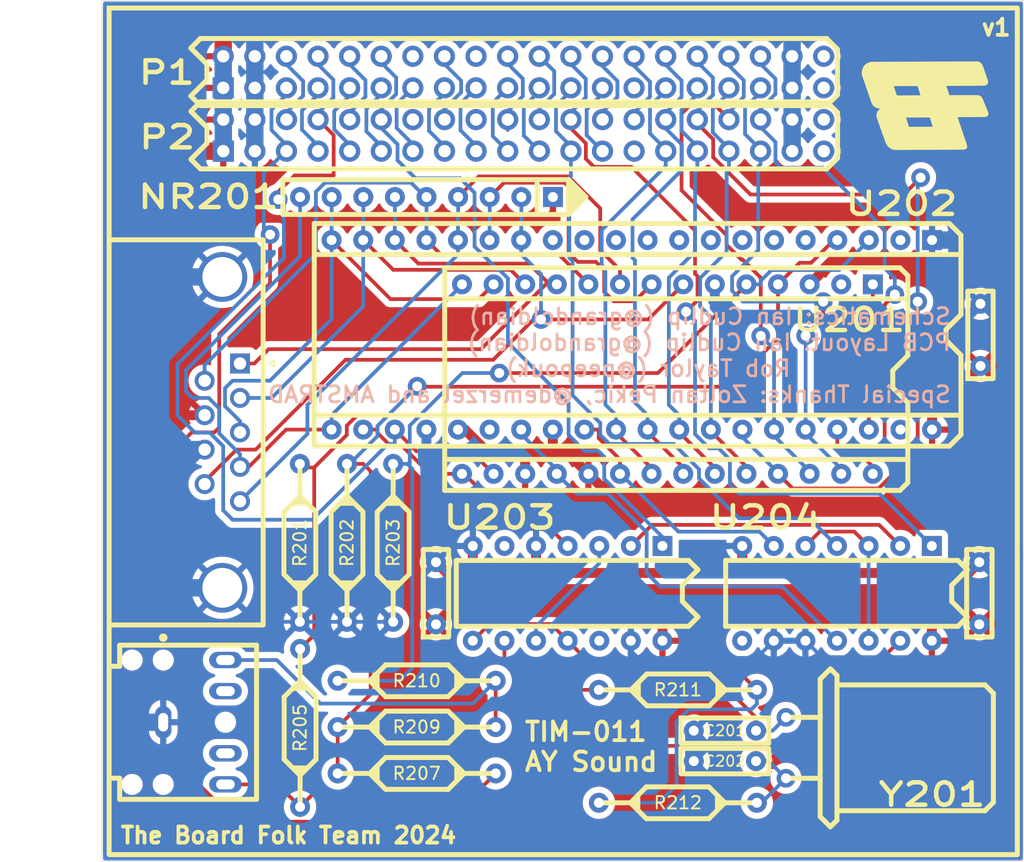
<source format=kicad_pcb>
(kicad_pcb (version 20240108) (generator "pcbnew") (generator_version "8.0")
  (layers (0 "F.Cu" signal) (31 "B.Cu" signal) (34 "B.Paste" user) (35 "F.Paste" user) (36 "B.SilkS" user "B.Silkscreen") (37 "F.SilkS" user "F.Silkscreen") (38 "B.Mask" user) (39 "F.Mask" user) (44 "Edge.Cuts" user))
  (net 0 "")
  (net 1 "Net-(C201-Pad2)")
  (net 2 "GND")
  (net 3 "Net-(C202-Pad2)")
  (net 4 "+5V")
  (net 5 "Net-(J201-Ground)")
  (net 8 "Net-(J201-Pad2)")
  (net 9 "/AYIO5")
  (net 10 "/AYIO7")
  (net 11 "/AYIO4")
  (net 12 "/AYIO3")
  (net 13 "/AYIO2")
  (net 14 "/AYIO1")
  (net 15 "/AYIO0")
  (net 16 "/AYIO6")
  (net 17 "~{LIR}")
  (net 18 "~{INT0}")
  (net 19 "~{NMI}")
  (net 20 "/A3")
  (net 21 "E")
  (net 22 "~{RESET}")
  (net 23 "RESET")
  (net 24 "/D3")
  (net 25 "~{IOE}")
  (net 26 "EXPSEL_O")
  (net 27 "~{WAIT}")
  (net 28 "/A2")
  (net 29 "/D5")
  (net 30 "ST")
  (net 31 "~{HALT}")
  (net 32 "/A0")
  (net 33 "/D0")
  (net 34 "/D2")
  (net 35 "~{DREQ0}")
  (net 36 "/D1")
  (net 37 "/D7")
  (net 38 "/A4")
  (net 39 "FI")
  (net 40 "/D4")
  (net 41 "~{TEND0}")
  (net 42 "/A1")
  (net 43 "~{WR}")
  (net 44 "~{RD}")
  (net 45 "/D6")
  (net 46 "AYC")
  (net 47 "AYA")
  (net 48 "AYB")
  (net 49 "Net-(R211-Pad1)")
  (net 50 "AYCLK")
  (net 51 "AYBDIR")
  (net 52 "AYBC1")
  (net 67 "Net-(U203-Pad2)")
  (net 68 "Net-(U203-Pad10)")
  (net 71 "Net-(U204-Pad12)")
  (footprint "011TIM:Ceramic Cap 5.00mm" (layer "F.Cu") (at 77.01 87.93 90)
    (property "Reference" "C204" (hide yes))
    (property "Value" "100nF" (hide yes))
  )
  (footprint "011TIM:Ceramic Cap 5.00mm" (layer "F.Cu") (at 120.68 87.93 90)
    (property "Reference" "C203" (hide yes))
    (property "Value" "100nF" (hide yes))
  )
  (footprint "011TIM:STEREO" (layer "F.Cu") (at 55.09 95.8025)
    (property "Reference" "J201" (hide yes))
    (property "Value" "STEREO JACK" (hide yes))
  )
  (footprint "011TIM:Ceramic Cap 5.00mm" (layer "F.Cu") (at 97.73 98.93)
    (property "Reference" "C202" (hide yes))
    (property "Value" "30pF" (hide yes))
  )
  (footprint "011TIM:PinHeader_2x20 2.54mm" (layer "F.Cu") (at 59.846 49.889)
    (property "Reference" "P2")
    (property "Value" "EXPAND" (hide yes))
  )
  (footprint "011TIM:Resistor 12.7mm" (layer "F.Cu") (at 66.16 87.83)
    (property "Reference" "R201" (hide yes))
    (property "Value" "1K" (hide yes))
  )
  (footprint "011TIM:DIP-40_W15.24mm_Socket" (layer "F.Cu") (at 116.87 57.04 180)
    (property "Reference" "U202")
    (property "Value" "AY-3-8910")
  )
  (footprint "011TIM:Resistor 12.7mm" (layer "F.Cu") (at 81.91 99.83 90)
    (property "Reference" "R207" (hide yes))
    (property "Value" "22K" (hide yes))
  )
  (footprint "011TIM:Resistor 12.7mm" (layer "F.Cu") (at 81.91 96.1 90)
    (property "Reference" "R209" (hide yes))
    (property "Value" "22K" (hide yes))
  )
  (footprint "011TIM:Resistor 12.7mm" (layer "F.Cu") (at 102.9 93.11 90)
    (property "Reference" "R211" (hide yes))
    (property "Value" "2M" (hide yes))
  )
  (footprint "011TIM:Crystal_Horizontal" (layer "F.Cu") (at 105.1775 95.41 -90)
    (property "Reference" "Y201")
    (property "Value" "1.843MHz")
  )
  (footprint "011TIM:Ceramic Cap 5.00mm" (layer "F.Cu") (at 120.77 67.155 90)
    (property "Reference" "C205" (hide yes))
    (property "Value" "100nF" (hide yes))
  )
  (footprint "011TIM:BF12" (layer "F.Cu") (at 116.42 46.32)
    (property "Reference" "G***" (hide yes))
    (property "Value" "LOGO12" (hide yes))
  )
  (footprint "011TIM:PinHeader_2x20 2.54mm" (layer "F.Cu") (at 59.84 44.8)
    (property "Reference" "P1")
    (property "Value" "EXPAND" (hide yes))
  )
  (footprint "011TIM:Resistor 12.7mm" (layer "F.Cu") (at 69.95 87.83)
    (property "Reference" "R202" (hide yes))
    (property "Value" "1K" (hide yes))
  )
  (footprint "011TIM:Resistor 12.7mm" (layer "F.Cu") (at 73.66 87.83)
    (property "Reference" "R203" (hide yes))
    (property "Value" "1K" (hide yes))
  )
  (footprint "011TIM:R_Array_SIP9" (layer "F.Cu") (at 86.4 53.59 180)
    (property "Reference" "NR201")
    (property "Value" "10K")
  )
  (footprint "011TIM:JOYSTICK" (layer "F.Cu") (at 61.26 66.955 -90)
    (property "Reference" "J202" (hide yes))
    (property "Value" "JOYSTICK")
  )
  (footprint "011TIM:Ceramic Cap 5.00mm" (layer "F.Cu") (at 97.73 96.48)
    (property "Reference" "C201" (hide yes))
    (property "Value" "30pF" (hide yes))
  )
  (footprint "011TIM:Resistor 12.7mm" (layer "F.Cu") (at 90 102.37 -90)
    (property "Reference" "R212" (hide yes))
    (property "Value" "1K" (hide yes))
  )
  (footprint "011TIM:Resistor 12.7mm" (layer "F.Cu") (at 66.18 102.71)
    (property "Reference" "R205" (hide yes))
    (property "Value" "10K" (hide yes))
  )
  (footprint "011TIM:DIP-14_W7.62mm" (layer "F.Cu") (at 116.87 81.61 -90)
    (property "Reference" "U204")
    (property "Value" "74LS08")
  )
  (footprint "011TIM:DIP-28_W15.24mm_Socket" (layer "F.Cu") (at 112.1 60.58 -90)
    (property "Reference" "U201")
    (property "Value" "AY-3-8912")
  )
  (footprint "011TIM:Resistor 12.7mm" (layer "F.Cu") (at 81.91 92.38 90)
    (property "Reference" "R210" (hide yes))
    (property "Value" "10K" (hide yes))
  )
  (footprint "011TIM:DIP-14_W7.62mm" (layer "F.Cu") (at 95.2225 81.61 -90)
    (property "Reference" "U203")
    (property "Value" "74HCU04")
  )
  (gr_rect (start 50.74 38.37) (end 123.73 106.45) (stroke (width 0.4)) (fill none) (layer "F.SilkS"))
  (gr_rect (start 50.17 37.75) (end 124.265 107.02) (stroke (width 0.05)) (fill none) (layer "Edge.Cuts"))
  (gr_text "Schematics: Ian Cudlip (@grandoldian)\nPCB Layout: Ian Cudlip (@grandoldian)\n             Rob Taylor (@peepouk)\nSpecial Thanks: Zoltan Pekic, @demerzel and AMSTRAD" (at 118.51 70.21 0) (layer "B.SilkS") (effects (font (size 1.3 1.3) (thickness 0.22) (bold yes)) (justify left bottom mirror)))
  (gr_text "TIM-011\nAY Sound" (at 84 99.86 0) (layer "F.SilkS") (effects (font (size 1.5 1.5) (thickness 0.3) (bold yes)) (justify left bottom)))
  (gr_text "The Board Folk Team 2024" (at 51.53 105.66 0) (layer "F.SilkS") (effects (font (size 1.3 1.3) (thickness 0.3) (bold yes)) (justify left bottom)))
  (gr_text "v1" (at 123.34 40.7 0) (layer "F.SilkS") (effects (font (size 1.3 1.3) (thickness 0.3) (bold yes)) (justify right bottom)))
  (segment (start 90.1 93.2) (end 100.5 93.2) (width 0.3) (layer "F.Cu") (net 1))
  (segment (start 100.5 93.2) (end 102.73 95.43) (width 0.3) (layer "F.Cu") (net 1))
  (segment (start 82.5125 91.0725) (end 84.64 93.2) (width 0.3) (layer "F.Cu") (net 1))
  (segment (start 82.5125 89.25) (end 82.5125 91.0725) (width 0.3) (layer "F.Cu") (net 1))
  (segment (start 84.64 93.2) (end 90.1 93.2) (width 0.3) (layer "F.Cu") (net 1))
  (segment (start 102.73 95.43) (end 102.73 96.48) (width 0.3) (layer "F.Cu") (net 1))
  (segment (start 105.1375 95.4105) (end 105.1375 95.41) (width 0.3) (layer "B.Cu") (net 1))
  (segment (start 102.73 96.48) (end 104.068 96.48) (width 0.3) (layer "B.Cu") (net 1))
  (segment (start 105.1375 95.4105) (end 105.138 95.41) (width 0.3) (layer "B.Cu") (net 1))
  (segment (start 104.068 96.48) (end 105.1375 95.4105) (width 0.3) (layer "B.Cu") (net 1))
  (segment (start 79.9725 83.6675) (end 79.84 83.8) (width 0.8) (layer "F.Cu") (net 2))
  (segment (start 119.81 83.8) (end 120.68 82.93) (width 0.8) (layer "F.Cu") (net 2))
  (segment (start 101.57 83.8) (end 119.81 83.8) (width 0.8) (layer "F.Cu") (net 2))
  (segment (start 101.62 83.75) (end 101.57 83.8) (width 0.8) (layer "F.Cu") (net 2))
  (segment (start 79.84 83.8) (end 85.06 83.8) (width 0.8) (layer "F.Cu") (net 2))
  (segment (start 79.9725 81.63) (end 79.9725 83.6675) (width 0.8) (layer "F.Cu") (net 2))
  (segment (start 101.62 81.63) (end 101.62 83.75) (width 0.8) (layer "F.Cu") (net 2))
  (segment (start 77.88 83.8) (end 79.84 83.8) (width 0.8) (layer "F.Cu") (net 2))
  (segment (start 85.06 83.8) (end 101.57 83.8) (width 0.8) (layer "F.Cu") (net 2))
  (segment (start 85.0525 81.63) (end 85.0525 83.7925) (width 0.8) (layer "F.Cu") (net 2))
  (segment (start 77.01 82.93) (end 77.88 83.8) (width 0.8) (layer "F.Cu") (net 2))
  (segment (start 85.0525 83.7925) (end 85.06 83.8) (width 0.8) (layer "F.Cu") (net 2))
  (segment (start 50.9725 95.8025) (end 50.97 95.8) (width 1.4) (layer "B.Cu") (net 2))
  (segment (start 123.435 90.57) (end 123.465 90.54) (width 0.3) (layer "B.Cu") (net 2))
  (segment (start 123.465 57.14) (end 123.465 38.55) (width 1.4) (layer "B.Cu") (net 2))
  (segment (start 62.45 49.873) (end 62.456 49.879) (width 1.4) (layer "B.Cu") (net 2))
  (segment (start 99.42 60.59) (end 99.42 62.44) (width 0.8) (layer "B.Cu") (net 2))
  (segment (start 62.575 87.73) (end 59.84 84.995) (width 0.3) (layer "B.Cu") (net 2))
  (segment (start 105.63 44.79) (end 105.63 47.333) (width 1.4) (layer "B.Cu") (net 2))
  (segment (start 50.995 84.995) (end 50.97 85.02) (width 1.4) (layer "B.Cu") (net 2))
  (segment (start 97.7 106.22) (end 123.465 106.22) (width 1.4) (layer "B.Cu") (net 2))
  (segment (start 58.42 73.88) (end 51.07 73.88) (width 1.4) (layer "B.Cu") (net 2))
  (segment (start 92.6725 89.25) (end 92.6725 90.0525) (width 0.3) (layer "B.Cu") (net 2))
  (segment (start 59.84 59.995) (end 51.365 59.995) (width 1.4) (layer "B.Cu") (net 2))
  (segment (start 50.97 60.39) (end 50.97 61.6) (width 1.4) (layer "B.Cu") (net 2))
  (segment (start 59.84 84.995) (end 50.995 84.995) (width 1.4) (layer "B.Cu") (net 2))
  (segment (start 92.6725 90.0525) (end 93.25 90.63) (width 0.3) (layer "B.Cu") (net 2))
  (segment (start 62.45 47.3315) (end 62.45 49.873) (width 1.4) (layer "B.Cu") (net 2))
  (segment (start 120.77 62.155) (end 123.34 62.155) (width 1.4) (layer "B.Cu") (net 2))
  (segment (start 123.415 82.93) (end 123.465 82.98) (width 0.8) (layer "B.Cu") (net 2))
  (segment (start 62.45 47.3315) (end 62.456 47.3375) (width 0.3) (layer "B.Cu") (net 2))
  (segment (start 50.97 61.6) (end 50.97 73.98) (width 1.4) (layer "B.Cu") (net 2))
  (segment (start 123.465 82.98) (end 123.465 62.03) (width 1.4) (layer "B.Cu") (net 2))
  (segment (start 62.456 47.3375) (end 62.456 47.339) (width 0.3) (layer "B.Cu") (net 2))
  (segment (start 108.02 90.57) (end 123.435 90.57) (width 0.3) (layer "B.Cu") (net 2))
  (segment (start 55.09 95.8025) (end 50.9725 95.8025) (width 1.4) (layer "B.Cu") (net 2))
  (segment (start 99.42 62.44) (end 100.32 63.34) (width 0.8) (layer "B.Cu") (net 2))
  (segment (start 102.78 90.63) (end 104.16 89.25) (width 0.3) (layer "B.Cu") (net 2))
  (segment (start 62.45 44.79) (end 62.45 47.3315) (width 1.4) (layer "B.Cu") (net 2))
  (segment (start 106.7 89.25) (end 108.02 90.57) (width 0.3) (layer "B.Cu") (net 2))
  (segment (start 105.63 38.67) (end 105.75 38.55) (width 1.4) (layer "B.Cu") (net 2))
  (segment (start 123.465 90.54) (end 123.465 82.98) (width 1.4) (layer "B.Cu") (net 2))
  (segment (start 120.68 82.93) (end 123.415 82.93) (width 0.8) (layer "B.Cu") (net 2))
  (segment (start 50.97 106.22) (end 97.7 106.22) (width 1.4) (layer "B.Cu") (net 2))
  (segment (start 50.97 60.39) (end 50.97 61.6) (width 1.4) (layer "B.Cu") (net 2))
  (segment (start 73.57 87.73) (end 69.86 87.73) (width 0.3) (layer "B.Cu") (net 2))
  (segment (start 123.465 38.55) (end 105.75 38.55) (width 1.4) (layer "B.Cu") (net 2))
  (segment (start 97.73 96.48) (end 97.73 98.93) (width 1.4) (layer "B.Cu") (net 2))
  (segment (start 105.75 38.55) (end 62.56 38.55) (width 1.4) (layer "B.Cu") (net 2))
  (segment (start 105.63 42.25) (end 105.63 44.79) (width 1.4) (layer "B.Cu") (net 2))
  (segment (start 105.63 42.25) (end 105.63 38.67) (width 1.4) (layer "B.Cu") (net 2))
  (segment (start 123.34 62.155) (end 123.465 62.03) (width 1.4) (layer "B.Cu") (net 2))
  (segment (start 105.636 47.339) (end 105.636 49.879) (width 1.4) (layer "B.Cu") (net 2))
  (segment (start 106.7 89.25) (end 104.16 89.25) (width 0.3) (layer "B.Cu") (net 2))
  (segment (start 62.56 38.55) (end 50.97 38.55) (width 1.4) (layer "B.Cu") (net 2))
  (segment (start 105.63 47.333) (end 105.636 47.339) (width 1.4) (layer "B.Cu") (net 2))
  (segment (start 62.45 42.25) (end 62.45 38.66) (width 1.4) (layer "B.Cu") (net 2))
  (segment (start 93.25 90.63) (end 102.78 90.63) (width 0.3) (layer "B.Cu") (net 2))
  (segment (start 51.07 73.88) (end 50.97 73.98) (width 1.4) (layer "B.Cu") (net 2))
  (segment (start 123.465 106.22) (end 123.465 90.54) (width 1.4) (layer "B.Cu") (net 2))
  (segment (start 69.86 87.73) (end 66.07 87.73) (width 0.3) (layer "B.Cu") (net 2))
  (segment (start 105.636 44.796) (end 105.63 44.79) (width 1.4) (layer "B.Cu") (net 2))
  (segment (start 97.73 106.19) (end 97.7 106.22) (width 1.4) (layer "B.Cu") (net 2))
  (segment (start 51.365 59.995) (end 50.97 60.39) (width 1.4) (layer "B.Cu") (net 2))
  (segment (start 66.07 87.73) (end 62.575 87.73) (width 0.3) (layer "B.Cu") (net 2))
  (segment (start 76.24 72.27) (end 76.24 82.16) (width 0.8) (layer "B.Cu") (net 2))
  (segment (start 116.88 57.03) (end 123.355 57.03) (width 1.4) (layer "B.Cu") (net 2))
  (segment (start 62.45 42.25) (end 62.45 44.79) (width 1.4) (layer "B.Cu") (net 2))
  (segment (start 50.97 85.02) (end 50.97 95.8) (width 1.4) (layer "B.Cu") (net 2))
  (segment (start 50.97 73.98) (end 50.97 85.02) (width 1.4) (layer "B.Cu") (net 2))
  (segment (start 100.32 63.34) (end 119.585 63.34) (width 0.8) (layer "B.Cu") (net 2))
  (segment (start 76.24 82.16) (end 77.01 82.93) (width 0.8) (layer "B.Cu") (net 2))
  (segment (start 123.465 62.03) (end 123.465 57.14) (width 1.4) (layer "B.Cu") (net 2))
  (segment (start 123.355 57.03) (end 123.465 57.14) (width 1.4) (layer "B.Cu") (net 2))
  (segment (start 119.585 63.34) (end 120.77 62.155) (width 0.8) (layer "B.Cu") (net 2))
  (segment (start 97.73 98.93) (end 97.73 106.19) (width 1.4) (layer "B.Cu") (net 2))
  (segment (start 50.97 38.55) (end 50.97 60.39) (width 1.4) (layer "B.Cu") (net 2))
  (segment (start 62.456 44.796) (end 62.45 44.79) (width 1.4) (layer "B.Cu") (net 2))
  (segment (start 62.45 38.66) (end 62.56 38.55) (width 1.4) (layer "B.Cu") (net 2))
  (segment (start 50.97 95.8) (end 50.97 106.22) (width 1.4) (layer "B.Cu") (net 2))
  (segment (start 103.758 98.93) (end 105.1375 100.3095) (width 0.3) (layer "B.Cu") (net 3))
  (segment (start 105.1375 100.3095) (end 105.1375 100.31) (width 0.3) (layer "B.Cu") (net 3))
  (segment (start 105.138 100.31) (end 103.168 102.28) (width 0.3) (layer "B.Cu") (net 3))
  (segment (start 102.73 98.93) (end 103.758 98.93) (width 0.3) (layer "B.Cu") (net 3))
  (segment (start 105.1375 100.3095) (end 105.138 100.31) (width 0.3) (layer "B.Cu") (net 3))
  (segment (start 103.168 102.28) (end 102.8 102.28) (width 0.3) (layer "B.Cu") (net 3))
  (segment (start 86.41 54.6) (end 85.52 55.49) (width 0.3) (layer "F.Cu") (net 4))
  (segment (start 86.4 74.01) (end 86.42 74.03) (width 0.8) (layer "F.Cu") (net 4))
  (segment (start 92.05 78.62) (end 99.96 78.62) (width 0.8) (layer "F.Cu") (net 4))
  (segment (start 107.04 60.59) (end 108.91 58.72) (width 0.8) (layer "F.Cu") (net 4))
  (segment (start 123.465 106.22) (end 123.465 87.98) (width 1.4) (layer "F.Cu") (net 4))
  (segment (start 50.98 71.11) (end 50.97 71.1) (width 0.8) (layer "F.Cu") (net 4))
  (segment (start 116.86 89.25) (end 116.86 86.96) (width 0.8) (layer "F.Cu") (net 4))
  (segment (start 95.2125 86.9625) (end 95.19 86.94) (width 0.8) (layer "F.Cu") (net 4))
  (segment (start 120.77 67.155) (end 123.34 67.155) (width 0.8) (layer "F.Cu") (net 4))
  (segment (start 86.41 53.57) (end 86.41 54.6) (width 0.3) (layer "F.Cu") (net 4))
  (segment (start 123.465 78.64) (end 123.465 67.28) (width 1.4) (layer "F.Cu") (net 4))
  (segment (start 95.2125 89.25) (end 95.2125 86.9625) (width 0.8) (layer "F.Cu") (net 4))
  (segment (start 123.465 82.66) (end 123.465 81.93) (width 1.4) (layer "F.Cu") (net 4))
  (segment (start 51.101 49.879) (end 50.97 50.01) (width 1.4) (layer "F.Cu") (net 4))
  (segment (start 116.88 86.94) (end 119.69 86.94) (width 0.8) (layer "F.Cu") (net 4))
  (segment (start 86.4 72.27) (end 86.4 74.01) (width 0.8) (layer "F.Cu") (net 4))
  (segment (start 58.42 71.11) (end 50.98 71.11) (width 0.8) (layer "F.Cu") (net 4))
  (segment (start 78.78 72.27) (end 79.3401 72.27) (width 0.8) (layer "F.Cu") (net 4))
  (segment (start 85.52 55.49) (end 51.12 55.49) (width 0.3) (layer "F.Cu") (net 4))
  (segment (start 50.97 50.01) (end 50.97 55.34) (width 1.4) (layer "F.Cu") (net 4))
  (segment (start 51.12 55.49) (end 50.97 55.34) (width 0.3) (layer "F.Cu") (net 4))
  (segment (start 89.26 75.83) (end 92.05 78.62) (width 0.8) (layer "F.Cu") (net 4))
  (segment (start 99.98 78.64) (end 123.465 78.64) (width 0.8) (layer "F.Cu") (net 4))
  (segment (start 59.916 49.879) (end 51.101 49.879) (width 1.4) (layer "F.Cu") (net 4))
  (segment (start 123.34 67.155) (end 123.465 67.28) (width 0.8) (layer "F.Cu") (net 4))
  (segment (start 119.69 86.94) (end 120.68 87.93) (width 0.8) (layer "F.Cu") (net 4))
  (segment (start 123.465 82.66) (end 123.465 81.93) (width 1.4) (layer "F.Cu") (net 4))
  (segment (start 108.91 58.72) (end 123.445 58.72) (width 0.8) (layer "F.Cu") (net 4))
  (segment (start 77.96 86.94) (end 95.19 86.94) (width 0.8) (layer "F.Cu") (net 4))
  (segment (start 95.19 86.94) (end 116.88 86.94) (width 0.8) (layer "F.Cu") (net 4))
  (segment (start 123.465 67.28) (end 123.465 58.7) (width 1.4) (layer "F.Cu") (net 4))
  (segment (start 123.415 87.93) (end 123.465 87.98) (width 0.8) (layer "F.Cu") (net 4))
  (segment (start 116.86 86.96) (end 116.88 86.94) (width 0.8) (layer "F.Cu") (net 4))
  (segment (start 86.42 74.03) (end 87.46 74.03) (width 0.8) (layer "F.Cu") (net 4))
  (segment (start 123.465 87.98) (end 123.465 82.66) (width 1.4) (layer "F.Cu") (net 4))
  (segment (start 59.9 38.55) (end 50.97 38.55) (width 1.4) (layer "F.Cu") (net 4))
  (segment (start 123.465 58.7) (end 123.465 38.55) (width 1.4) (layer "F.Cu") (net 4))
  (segment (start 123.445 58.72) (end 123.465 58.7) (width 0.8) (layer "F.Cu") (net 4))
  (segment (start 116.88 72.27) (end 116.88 71.045) (width 0.8) (layer "F.Cu") (net 4))
  (segment (start 50.97 71.1) (end 50.97 106.22) (width 1.4) (layer "F.Cu") (net 4))
  (segment (start 50.97 106.22) (end 123.465 106.22) (width 1.4) (layer "F.Cu") (net 4))
  (segment (start 116.88 71.045) (end 120.77 67.155) (width 0.8) (layer "F.Cu") (net 4))
  (segment (start 77.01 87.93) (end 77.01 87.89) (width 0.8) (layer "F.Cu") (net 4))
  (segment (start 81.1001 74.03) (end 84.17 74.03) (width 0.8) (layer "F.Cu") (net 4))
  (segment (start 59.91 38.56) (end 59.9 38.55) (width 1.4) (layer "F.Cu") (net 4))
  (segment (start 77.01 87.89) (end 77.96 86.94) (width 0.8) (layer "F.Cu") (net 4))
  (segment (start 87.46 74.03) (end 89.26 75.83) (width 0.8) (layer "F.Cu") (net 4))
  (segment (start 50.97 38.55) (end 50.97 50.01) (width 1.4) (layer "F.Cu") (net 4))
  (segment (start 84.18 75.83) (end 84.18 74.04) (width 0.8) (layer "F.Cu") (net 4))
  (segment (start 59.91 42.25) (end 59.91 38.56) (width 1.4) (layer "F.Cu") (net 4))
  (segment (start 120.68 87.93) (end 123.415 87.93) (width 0.8) (layer "F.Cu") (net 4))
  (segment (start 123.465 81.93) (end 123.465 78.64) (width 1.4) (layer "F.Cu") (net 4))
  (segment (start 99.96 78.62) (end 99.98 78.64) (width 0.8) (layer "F.Cu") (net 4))
  (segment (start 79.3401 72.27) (end 81.1001 74.03) (width 0.8) (layer "F.Cu") (net 4))
  (segment (start 123.465 38.55) (end 59.9 38.55) (width 1.4) (layer "F.Cu") (net 4))
  (segment (start 50.97 55.34) (end 50.97 71.1) (width 1.4) (layer "F.Cu") (net 4))
  (segment (start 84.18 74.04) (end 84.17 74.03) (width 0.8) (layer "F.Cu") (net 4))
  (segment (start 84.17 74.03) (end 86.42 74.03) (width 0.8) (layer "F.Cu") (net 4))
  (segment (start 59.91 42.25) (end 59.91 44.79) (width 1.4) (layer "B.Cu") (net 4))
  (segment (start 59.91 44.79) (end 59.91 47.333) (width 1.4) (layer "B.Cu") (net 4))
  (segment (start 59.916 49.879) (end 59.916 47.339) (width 1.4) (layer "B.Cu") (net 4))
  (segment (start 59.91 47.333) (end 59.916 47.339) (width 1.4) (layer "B.Cu") (net 4))
  (segment (start 81.81 92.47) (end 81.81 96.19) (width 0.3) (layer "F.Cu") (net 5))
  (segment (start 67.72 94.3) (end 64.2225 90.8025) (width 0.3) (layer "B.Cu") (net 5))
  (segment (start 79.98 94.3) (end 67.72 94.3) (width 0.3) (layer "B.Cu") (net 5))
  (segment (start 64.2225 90.8025) (end 60.09 90.8025) (width 0.3) (layer "B.Cu") (net 5))
  (segment (start 81.81 92.47) (end 79.98 94.3) (width 0.3) (layer "B.Cu") (net 5))
  (segment (start 60.0905 100.802) (end 64.2825 100.802) (width 0.3) (layer "F.Cu") (net 8))
  (segment (start 66.09 102.61) (end 67.31 101.39) (width 0.3) (layer "F.Cu") (net 8))
  (segment (start 80.34 101.39) (end 81.81 99.92) (width 0.3) (layer "F.Cu") (net 8))
  (segment (start 60.09 100.802) (end 60.0905 100.802) (width 0.3) (layer "F.Cu") (net 8))
  (segment (start 60.0905 100.802) (end 60.09 100.8025) (width 0.3) (layer "F.Cu") (net 8))
  (segment (start 67.31 101.39) (end 80.34 101.39) (width 0.3) (layer "F.Cu") (net 8))
  (segment (start 64.2825 100.802) (end 66.09 102.61) (width 0.3) (layer "F.Cu") (net 8))
  (segment (start 90.21 54.4822) (end 87.6401 51.9123) (width 0.3) (layer "F.Cu") (net 9))
  (segment (start 80.4477 51.9123) (end 78.79 53.57) (width 0.3) (layer "F.Cu") (net 9))
  (segment (start 91.8 59.4383) (end 90.21 57.8483) (width 0.3) (layer "F.Cu") (net 9))
  (segment (start 78.79 57.02) (end 78.78 57.03) (width 0.3) (layer "F.Cu") (net 9))
  (segment (start 91.8 60.59) (end 91.8 59.4383) (width 0.3) (layer "F.Cu") (net 9))
  (segment (start 87.6401 51.9123) (end 80.4477 51.9123) (width 0.3) (layer "F.Cu") (net 9))
  (segment (start 90.21 57.8483) (end 90.21 54.4822) (width 0.3) (layer "F.Cu") (net 9))
  (segment (start 66.6743 72.6207) (end 66.6743 70.2874) (width 0.3) (layer "B.Cu") (net 9))
  (segment (start 61.26 78.035) (end 66.6743 72.6207) (width 0.3) (layer "B.Cu") (net 9))
  (segment (start 78.79 55.8683) (end 78.79 53.57) (width 0.3) (layer "B.Cu") (net 9))
  (segment (start 78.78 57.03) (end 78.78 58.1817) (width 0.3) (layer "B.Cu") (net 9))
  (segment (start 66.6743 70.2874) (end 78.78 58.1817) (width 0.3) (layer "B.Cu") (net 9))
  (segment (start 78.78 57.03) (end 78.78 55.8783) (width 0.3) (layer "B.Cu") (net 9))
  (segment (start 78.78 55.8783) (end 78.79 55.8683) (width 0.3) (layer "B.Cu") (net 9))
  (segment (start 58.42 76.4336) (end 58.42 76.65) (width 0.3) (layer "F.Cu") (net 10))
  (segment (start 84.8512 63.414) (end 81.6069 66.6583) (width 0.3) (layer "F.Cu") (net 10))
  (segment (start 60.9736 73.88) (end 58.42 76.4336) (width 0.3) (layer "F.Cu") (net 10))
  (segment (start 94.066 63.414) (end 85.45 63.414) (width 0.3) (layer "F.Cu") (net 10))
  (segment (start 62.5193 73.88) (end 60.9736 73.88) (width 0.3) (layer "F.Cu") (net 10))
  (segment (start 81.6069 66.6583) (end 69.741 66.6583) (width 0.3) (layer "F.Cu") (net 10))
  (segment (start 85.45 63.414) (end 84.8512 63.414) (width 0.3) (layer "F.Cu") (net 10))
  (segment (start 83.87 57.02) (end 83.86 57.03) (width 0.3) (layer "F.Cu") (net 10))
  (segment (start 96.88 60.59) (end 96.88 60.6) (width 0.3) (layer "F.Cu") (net 10))
  (segment (start 69.741 66.6583) (end 62.5193 73.88) (width 0.3) (layer "F.Cu") (net 10))
  (segment (start 96.88 60.6) (end 94.066 63.414) (width 0.3) (layer "F.Cu") (net 10))
  (via (at 85.45 63.414) (size 1.5) (drill 0.8) (layers "F.Cu" "B.Cu") (net 10))
  (segment (start 83.87 55.8683) (end 83.87 53.57) (width 0.3) (layer "B.Cu") (net 10))
  (segment (start 83.86 55.8783) (end 83.87 55.8683) (width 0.3) (layer "B.Cu") (net 10))
  (segment (start 83.86 58.1817) (end 85.45 59.7717) (width 0.3) (layer "B.Cu") (net 10))
  (segment (start 83.86 57.03) (end 83.86 55.8783) (width 0.3) (layer "B.Cu") (net 10))
  (segment (start 83.86 57.03) (end 83.86 58.1817) (width 0.3) (layer "B.Cu") (net 10))
  (segment (start 85.45 59.7717) (end 85.45 63.414) (width 0.3) (layer "B.Cu") (net 10))
  (segment (start 89.26 60.56) (end 89.26 60.59) (width 0.3) (layer "F.Cu") (net 11))
  (segment (start 86.8817 58.1817) (end 89.26 60.56) (width 0.3) (layer "F.Cu") (net 11))
  (segment (start 76.24 57.03) (end 77.3917 58.1817) (width 0.3) (layer "F.Cu") (net 11))
  (segment (start 76.25 57.02) (end 76.24 57.03) (width 0.3) (layer "F.Cu") (net 11))
  (segment (start 77.3917 58.1817) (end 86.8817 58.1817) (width 0.3) (layer "F.Cu") (net 11))
  (segment (start 58.42 67.0803) (end 58.42 68.34) (width 0.3) (layer "B.Cu") (net 11))
  (segment (start 76.25 53.57) (end 76.162893 53.57) (width 0.3) (layer "B.Cu") (net 11))
  (segment (start 76.24 55.8783) (end 76.25 55.8683) (width 0.3) (layer "B.Cu") (net 11))
  (segment (start 76.24 57.03) (end 76.24 55.8783) (width 0.3) (layer "B.Cu") (net 11))
  (segment (start 76.25 55.8683) (end 76.25 53.57) (width 0.3) (layer "B.Cu") (net 11))
  (segment (start 68.0914 52.4167) (end 67.36 53.1481) (width 0.3) (layer "B.Cu") (net 11))
  (segment (start 67.36 53.1481) (end 67.36 58.1403) (width 0.3) (layer "B.Cu") (net 11))
  (segment (start 75.009593 52.4167) (end 68.0914 52.4167) (width 0.3) (layer "B.Cu") (net 11))
  (segment (start 67.36 58.1403) (end 58.42 67.0803) (width 0.3) (layer "B.Cu") (net 11))
  (segment (start 76.162893 53.57) (end 75.009593 52.4167) (width 0.3) (layer "B.Cu") (net 11))
  (segment (start 63.5634 65.8033) (end 80.6235 65.8033) (width 0.3) (layer "F.Cu") (net 12))
  (segment (start 86.72 60.59) (end 86.1442 60.59) (width 0.3) (layer "F.Cu") (net 12))
  (segment (start 73.71 57.02) (end 73.7 57.03) (width 0.3) (layer "F.Cu") (net 12))
  (segment (start 86.1442 60.59) (end 84.4747 58.9205) (width 0.3) (layer "F.Cu") (net 12))
  (segment (start 85.8368 60.59) (end 86.1442 60.59) (width 0.3) (layer "F.Cu") (net 12))
  (segment (start 61.26 66.955) (end 62.4117 66.955) (width 0.3) (layer "F.Cu") (net 12))
  (segment (start 84.4747 58.9205) (end 75.5905 58.9205) (width 0.3) (layer "F.Cu") (net 12))
  (segment (start 75.5905 58.9205) (end 73.7 57.03) (width 0.3) (layer "F.Cu") (net 12))
  (segment (start 80.6235 65.8033) (end 85.8368 60.59) (width 0.3) (layer "F.Cu") (net 12))
  (segment (start 62.4117 66.955) (end 63.5634 65.8033) (width 0.3) (layer "F.Cu") (net 12))
  (segment (start 73.7 57.03) (end 73.7 55.8783) (width 0.3) (layer "B.Cu") (net 12))
  (segment (start 73.7 55.8783) (end 73.71 55.8683) (width 0.3) (layer "B.Cu") (net 12))
  (segment (start 73.71 55.8683) (end 73.71 53.57) (width 0.3) (layer "B.Cu") (net 12))
  (segment (start 83.0122 59.4222) (end 84.18 60.59) (width 0.3) (layer "F.Cu") (net 13))
  (segment (start 71.17 57.02) (end 71.16 57.03) (width 0.3) (layer "F.Cu") (net 13))
  (segment (start 73.5722 59.4222) (end 83.0122 59.4222) (width 0.3) (layer "F.Cu") (net 13))
  (segment (start 71.16 57.03) (end 71.18 57.03) (width 0.3) (layer "F.Cu") (net 13))
  (segment (start 71.18 57.03) (end 73.5722 59.4222) (width 0.3) (layer "F.Cu") (net 13))
  (segment (start 71.17 55.8683) (end 71.17 53.57) (width 0.3) (layer "B.Cu") (net 13))
  (segment (start 71.16 62.36) (end 63.795 69.725) (width 0.3) (layer "B.Cu") (net 13))
  (segment (start 71.16 57.03) (end 71.16 55.8783) (width 0.3) (layer "B.Cu") (net 13))
  (segment (start 71.16 57.03) (end 71.16 62.36) (width 0.3) (layer "B.Cu") (net 13))
  (segment (start 63.795 69.725) (end 61.26 69.725) (width 0.3) (layer "B.Cu") (net 13))
  (segment (start 71.16 55.8783) (end 71.17 55.8683) (width 0.3) (layer "B.Cu") (net 13))
  (segment (start 68.62 57.04) (end 73.3574 61.7774) (width 0.3) (layer "F.Cu") (net 14))
  (segment (start 68.62 57.03) (end 68.62 57.04) (width 0.3) (layer "F.Cu") (net 14))
  (segment (start 80.4526 61.7774) (end 81.64 60.59) (width 0.3) (layer "F.Cu") (net 14))
  (segment (start 73.3574 61.7774) (end 80.4526 61.7774) (width 0.3) (layer "F.Cu") (net 14))
  (segment (start 68.63 57.02) (end 68.62 57.03) (width 0.3) (layer "F.Cu") (net 14))
  (segment (start 63.67 68.34) (end 60.66 68.34) (width 0.3) (layer "B.Cu") (net 14))
  (segment (start 60.0564 70.386293) (end 61.26 71.589893) (width 0.3) (layer "B.Cu") (net 14))
  (segment (start 68.62 57.03) (end 68.62 63.39) (width 0.3) (layer "B.Cu") (net 14))
  (segment (start 60.66 68.34) (end 60.0564 68.9436) (width 0.3) (layer "B.Cu") (net 14))
  (segment (start 61.26 71.589893) (end 61.26 72.495) (width 0.3) (layer "B.Cu") (net 14))
  (segment (start 68.62 57.03) (end 68.62 55.8783) (width 0.3) (layer "B.Cu") (net 14))
  (segment (start 68.63 55.8683) (end 68.63 53.57) (width 0.3) (layer "B.Cu") (net 14))
  (segment (start 68.62 63.39) (end 63.67 68.34) (width 0.3) (layer "B.Cu") (net 14))
  (segment (start 60.0564 68.9436) (end 60.0564 70.386293) (width 0.3) (layer "B.Cu") (net 14))
  (segment (start 68.62 55.8783) (end 68.63 55.8683) (width 0.3) (layer "B.Cu") (net 14))
  (segment (start 64.9643 72.27) (end 68.62 72.27) (width 0.3) (layer "F.Cu") (net 15))
  (segment (start 61.9693 75.265) (end 64.9643 72.27) (width 0.3) (layer "F.Cu") (net 15))
  (segment (start 61.26 75.265) (end 61.9693 75.265) (width 0.3) (layer "F.Cu") (net 15))
  (segment (start 79.1 60.6383) (end 68.62 71.1183) (width 0.3) (layer "B.Cu") (net 15))
  (segment (start 58.745 69.725) (end 57.455 69.725) (width 0.3) (layer "B.Cu") (net 15))
  (segment (start 56.92 67.5) (end 66.09 58.33) (width 0.3) (layer "B.Cu") (net 15))
  (segment (start 57.455 69.725) (end 56.92 69.19) (width 0.3) (layer "B.Cu") (net 15))
  (segment (start 61.26 75.265) (end 61.26 74.2462) (width 0.3) (layer "B.Cu") (net 15))
  (segment (start 66.09 58.33) (end 66.09 53.57) (width 0.3) (layer "B.Cu") (net 15))
  (segment (start 56.92 69.19) (end 56.92 67.5) (width 0.3) (layer "B.Cu") (net 15))
  (segment (start 59.5905 72.5767) (end 59.5905 70.5705) (width 0.3) (layer "B.Cu") (net 15))
  (segment (start 61.26 74.2462) (end 59.5905 72.5767) (width 0.3) (layer "B.Cu") (net 15))
  (segment (start 79.1 60.59) (end 79.1 60.6383) (width 0.3) (layer "B.Cu") (net 15))
  (segment (start 59.5905 70.5705) (end 58.745 69.725) (width 0.3) (layer "B.Cu") (net 15))
  (segment (start 68.62 71.1183) (end 68.62 72.27) (width 0.3) (layer "B.Cu") (net 15))
  (segment (start 92.98 61.95) (end 94.34 60.59) (width 0.3) (layer "F.Cu") (net 16))
  (segment (start 90.53 59.45) (end 90.53 61.19) (width 0.3) (layer "F.Cu") (net 16))
  (segment (start 81.33 53.57) (end 82.4817 52.4183) (width 0.3) (layer "F.Cu") (net 16))
  (segment (start 91.29 61.95) (end 92.98 61.95) (width 0.3) (layer "F.Cu") (net 16))
  (segment (start 90.53 61.19) (end 91.29 61.95) (width 0.3) (layer "F.Cu") (net 16))
  (segment (start 82.4817 52.4183) (end 87.3557 52.4183) (width 0.3) (layer "F.Cu") (net 16))
  (segment (start 87.67 58.05) (end 88.4039 58.7839) (width 0.3) (layer "F.Cu") (net 16))
  (segment (start 81.33 57.02) (end 81.32 57.03) (width 0.3) (layer "F.Cu") (net 16))
  (segment (start 87.67 52.7326) (end 87.67 58.05) (width 0.3) (layer "F.Cu") (net 16))
  (segment (start 89.8639 58.7839) (end 90.53 59.45) (width 0.3) (layer "F.Cu") (net 16))
  (segment (start 88.4039 58.7839) (end 89.8639 58.7839) (width 0.3) (layer "F.Cu") (net 16))
  (segment (start 87.3557 52.4183) (end 87.67 52.7326) (width 0.3) (layer "F.Cu") (net 16))
  (segment (start 81.32 55.8783) (end 81.33 55.8683) (width 0.3) (layer "B.Cu") (net 16))
  (segment (start 81.32 57.03) (end 81.32 55.8783) (width 0.3) (layer "B.Cu") (net 16))
  (segment (start 81.33 55.8683) (end 81.33 53.57) (width 0.3) (layer "B.Cu") (net 16))
  (segment (start 70.07 42.25) (end 70.07 42.9) (width 0.3) (layer "B.Cu") (net 17))
  (segment (start 71.34 44.17) (end 71.34 45.51) (width 0.3) (layer "B.Cu") (net 17))
  (segment (start 70.076 46.774) (end 70.076 47.339) (width 0.3) (layer "B.Cu") (net 17))
  (segment (start 70.07 42.9) (end 71.34 44.17) (width 0.3) (layer "B.Cu") (net 17))
  (segment (start 71.34 45.51) (end 70.076 46.774) (width 0.3) (layer "B.Cu") (net 17))
  (segment (start 77.696 49.496) (end 77.696 49.879) (width 0.3) (layer "B.Cu") (net 18))
  (segment (start 76.45 48.25) (end 77.696 49.496) (width 0.3) (layer "B.Cu") (net 18))
  (segment (start 77.69 45.23) (end 76.45 46.47) (width 0.3) (layer "B.Cu") (net 18))
  (segment (start 76.45 46.47) (end 76.45 48.25) (width 0.3) (layer "B.Cu") (net 18))
  (segment (start 77.69 44.79) (end 77.69 45.23) (width 0.3) (layer "B.Cu") (net 18))
  (segment (start 71.416 46.494) (end 71.416 48.286) (width 0.3) (layer "B.Cu") (net 19))
  (segment (start 72.61 45.3) (end 71.416 46.494) (width 0.3) (layer "B.Cu") (net 19))
  (segment (start 72.616 49.486) (end 72.616 49.879) (width 0.3) (layer "B.Cu") (net 19))
  (segment (start 71.416 48.286) (end 72.616 49.486) (width 0.3) (layer "B.Cu") (net 19))
  (segment (start 72.61 44.79) (end 72.61 45.3) (width 0.3) (layer "B.Cu") (net 19))
  (segment (start 101.3628 79.4016) (end 98.15 76.1888) (width 0.3) (layer "B.Cu") (net 20))
  (segment (start 87.856 49.486) (end 87.856 49.879) (width 0.3) (layer "B.Cu") (net 20))
  (segment (start 98.15 75.4572) (end 96.1145 73.4217) (width 0.3) (layer "B.Cu") (net 20))
  (segment (start 90.21 71.74) (end 87.99 69.52) (width 0.3) (layer "B.Cu") (net 20))
  (segment (start 86.656 46.234) (end 86.656 48.286) (width 0.3) (layer "B.Cu") (net 20))
  (segment (start 90.9466 73.4217) (end 90.21 72.6851) (width 0.3) (layer "B.Cu") (net 20))
  (segment (start 87.856 51.886) (end 87.856 49.879) (width 0.3) (layer "B.Cu") (net 20))
  (segment (start 86.656 48.286) (end 87.856 49.486) (width 0.3) (layer "B.Cu") (net 20))
  (segment (start 107.0116 79.4016) (end 101.3628 79.4016) (width 0.3) (layer "B.Cu") (net 20))
  (segment (start 87.725 52.017) (end 87.856 51.886) (width 0.3) (layer "B.Cu") (net 20))
  (segment (start 98.15 76.1888) (end 98.15 75.4572) (width 0.3) (layer "B.Cu") (net 20))
  (segment (start 90.21 72.6851) (end 90.21 71.74) (width 0.3) (layer "B.Cu") (net 20))
  (segment (start 87.85 44.79) (end 87.85 45.04) (width 0.3) (layer "B.Cu") (net 20))
  (segment (start 96.1145 73.4217) (end 90.9466 73.4217) (width 0.3) (layer "B.Cu") (net 20))
  (segment (start 109.24 81.63) (end 107.0116 79.4016) (width 0.3) (layer "B.Cu") (net 20))
  (segment (start 87.99 69.52) (end 87.99 58.7198) (width 0.3) (layer "B.Cu") (net 20))
  (segment (start 87.725 58.4548) (end 87.725 52.017) (width 0.3) (layer "B.Cu") (net 20))
  (segment (start 87.85 45.04) (end 86.656 46.234) (width 0.3) (layer "B.Cu") (net 20))
  (segment (start 87.99 58.7198) (end 87.725 58.4548) (width 0.3) (layer "B.Cu") (net 20))
  (segment (start 68.83 46.66) (end 68.83 48.13) (width 0.3) (layer "B.Cu") (net 21))
  (segment (start 70.07 44.79) (end 70.07 45.42) (width 0.3) (layer "B.Cu") (net 21))
  (segment (start 70.076 49.376) (end 70.076 49.879) (width 0.3) (layer "B.Cu") (net 21))
  (segment (start 70.07 45.42) (end 68.83 46.66) (width 0.3) (layer "B.Cu") (net 21))
  (segment (start 68.83 48.13) (end 70.076 49.376) (width 0.3) (layer "B.Cu") (net 21))
  (segment (start 73.7 72.27) (end 75.43 74) (width 0.3) (layer "F.Cu") (net 22))
  (segment (start 75.43 74) (end 79.81 74) (width 0.3) (layer "F.Cu") (net 22))
  (segment (start 67.536 47.339) (end 68.79 48.593) (width 0.3) (layer "F.Cu") (net 22))
  (segment (start 79.81 74) (end 81.64 75.83) (width 0.3) (layer "F.Cu") (net 22))
  (segment (start 68.79 51.83) (end 65.65 51.83) (width 0.3) (layer "F.Cu") (net 22))
  (segment (start 65.65 51.83) (end 64.3334 53.1466) (width 0.3) (layer "F.Cu") (net 22))
  (segment (start 68.79 48.593) (end 68.79 51.83) (width 0.3) (layer "F.Cu") (net 22))
  (segment (start 64.3334 53.1466) (end 64.3334 53.7684) (width 0.3) (layer "F.Cu") (net 22))
  (via (at 64.3334 53.7684) (size 1.5) (drill 0.8) (layers "F.Cu" "B.Cu") (net 22))
  (segment (start 57.64 72.52) (end 58.84 72.52) (width 0.3) (layer "B.Cu") (net 22))
  (segment (start 59.91 78.76) (end 60.67 79.52) (width 0.3) (layer "B.Cu") (net 22))
  (segment (start 56.23 67.0132) (end 56.23 71.11) (width 0.3) (layer "B.Cu") (net 22))
  (segment (start 67.53 42.9) (end 67.53 42.25) (width 0.3) (layer "B.Cu") (net 22))
  (segment (start 59.0905 72.7705) (end 59.0905 72.783806) (width 0.3) (layer "B.Cu") (net 22))
  (segment (start 64.7824 58.4608) (end 56.23 67.0132) (width 0.3) (layer "B.Cu") (net 22))
  (segment (start 68.76 45.58) (end 68.76 44.13) (width 0.3) (layer "B.Cu") (net 22))
  (segment (start 73.16 73.4217) (end 73.7 73.4217) (width 0.3) (layer "B.Cu") (net 22))
  (segment (start 67.0617 79.52) (end 73.16 73.4217) (width 0.3) (layer "B.Cu") (net 22))
  (segment (start 73.7 73.4217) (end 73.7 72.27) (width 0.3) (layer "B.Cu") (net 22))
  (segment (start 56.23 71.11) (end 57.64 72.52) (width 0.3) (layer "B.Cu") (net 22))
  (segment (start 67.536 46.804) (end 68.76 45.58) (width 0.3) (layer "B.Cu") (net 22))
  (segment (start 64.3334 53.7684) (end 64.7824 54.2174) (width 0.3) (layer "B.Cu") (net 22))
  (segment (start 59.91 73.603306) (end 59.91 78.76) (width 0.3) (layer "B.Cu") (net 22))
  (segment (start 64.7824 54.2174) (end 64.7824 58.4608) (width 0.3) (layer "B.Cu") (net 22))
  (segment (start 67.536 47.339) (end 67.536 46.804) (width 0.3) (layer "B.Cu") (net 22))
  (segment (start 59.0905 72.783806) (end 59.91 73.603306) (width 0.3) (layer "B.Cu") (net 22))
  (segment (start 60.67 79.52) (end 67.0617 79.52) (width 0.3) (layer "B.Cu") (net 22))
  (segment (start 68.76 44.13) (end 67.53 42.9) (width 0.3) (layer "B.Cu") (net 22))
  (segment (start 58.84 72.52) (end 59.0905 72.7705) (width 0.3) (layer "B.Cu") (net 22))
  (segment (start 92.93 42.25) (end 92.93 43.02) (width 0.3) (layer "B.Cu") (net 23))
  (segment (start 92.93 43.02) (end 94.21 44.3) (width 0.3) (layer "B.Cu") (net 23))
  (segment (start 94.21 45.51) (end 92.936 46.784) (width 0.3) (layer "B.Cu") (net 23))
  (segment (start 92.936 46.784) (end 92.936 47.339) (width 0.3) (layer "B.Cu") (net 23))
  (segment (start 94.21 44.3) (end 94.21 45.51) (width 0.3) (layer "B.Cu") (net 23))
  (segment (start 99.286 50.3655) (end 99.286 48.926) (width 0.3) (layer "F.Cu") (net 24))
  (segment (start 99.286 48.926) (end 98.016 47.656) (width 0.3) (layer "F.Cu") (net 24))
  (segment (start 104.5 75.83) (end 105.6754 77.0054) (width 0.3) (layer "F.Cu") (net 24))
  (segment (start 105.6754 77.0054) (end 112.5842 77.0054) (width 0.3) (layer "F.Cu") (net 24))
  (segment (start 112.5842 77.0054) (end 115.7266 73.863) (width 0.3) (layer "F.Cu") (net 24))
  (segment (start 102.2872 53.3667) (end 99.286 50.3655) (width 0.3) (layer "F.Cu") (net 24))
  (segment (start 114.6033 53.3667) (end 102.2872 53.3667) (width 0.3) (layer "F.Cu") (net 24))
  (segment (start 115.96 52.01) (end 114.6033 53.3667) (width 0.3) (layer "F.Cu") (net 24))
  (segment (start 98.016 47.656) (end 98.016 47.339) (width 0.3) (layer "F.Cu") (net 24))
  (segment (start 115.7266 73.863) (end 115.7266 61.9829) (width 0.3) (layer "F.Cu") (net 24))
  (via (at 115.7266 61.9829) (size 1.5) (drill 0.8) (layers "F.Cu" "B.Cu") (net 24))
  (via (at 115.96 52.01) (size 1.5) (drill 0.8) (layers "F.Cu" "B.Cu") (net 24))
  (segment (start 99.27 45.36) (end 98.016 46.614) (width 0.3) (layer "B.Cu") (net 24))
  (segment (start 99.27 43.97) (end 99.27 45.36) (width 0.3) (layer "B.Cu") (net 24))
  (segment (start 98.01 42.25) (end 98.01 42.71) (width 0.3) (layer "B.Cu") (net 24))
  (segment (start 115.7266 52.2434) (end 115.96 52.01) (width 0.3) (layer "B.Cu") (net 24))
  (segment (start 101.64 72.27) (end 101.64 72.88) (width 0.3) (layer "B.Cu") (net 24))
  (segment (start 101.64 72.88) (end 104.5 75.74) (width 0.3) (layer "B.Cu") (net 24))
  (segment (start 98.016 46.614) (end 98.016 47.339) (width 0.3) (layer "B.Cu") (net 24))
  (segment (start 115.7266 61.9829) (end 115.7266 52.2434) (width 0.3) (layer "B.Cu") (net 24))
  (segment (start 98.01 42.71) (end 99.27 43.97) (width 0.3) (layer "B.Cu") (net 24))
  (segment (start 104.5 75.74) (end 104.5 75.83) (width 0.3) (layer "B.Cu") (net 24))
  (segment (start 91.59 45.53) (end 91.59 44.24) (width 0.3) (layer "B.Cu") (net 25))
  (segment (start 90.39 43.04) (end 90.39 42.25) (width 0.3) (layer "B.Cu") (net 25))
  (segment (start 91.59 44.24) (end 90.39 43.04) (width 0.3) (layer "B.Cu") (net 25))
  (segment (start 90.396 47.339) (end 90.396 46.724) (width 0.3) (layer "B.Cu") (net 25))
  (segment (start 90.396 46.724) (end 91.59 45.53) (width 0.3) (layer "B.Cu") (net 25))
  (segment (start 90.53 74.45) (end 90.0797 73.9997) (width 0.3) (layer "B.Cu") (net 26))
  (segment (start 73.92 49.33) (end 72.616 48.026) (width 0.3) (layer "B.Cu") (net 26))
  (segment (start 72.616 47.339) (end 72.616 46.484) (width 0.3) (layer "B.Cu") (net 26))
  (segment (start 95.2125 81.63) (end 95.2125 80.9102) (width 0.3) (layer "B.Cu") (net 26))
  (segment (start 87.67 72.6976) (end 87.67 70.1549) (width 0.3) (layer "B.Cu") (net 26))
  (segment (start 81.9978 59.4383) (end 80.1125 57.553) (width 0.3) (layer "B.Cu") (net 26))
  (segment (start 82.1171 59.4383) (end 81.9978 59.4383) (width 0.3) (layer "B.Cu") (net 26))
  (segment (start 87.67 70.1549) (end 82.7917 65.2766) (width 0.3) (layer "B.Cu") (net 26))
  (segment (start 72.616 48.026) (end 72.616 47.339) (width 0.3) (layer "B.Cu") (net 26))
  (segment (start 90.53 76.2277) (end 90.53 74.45) (width 0.3) (layer "B.Cu") (net 26))
  (segment (start 73.81 43.96) (end 72.61 42.76) (width 0.3) (layer "B.Cu") (net 26))
  (segment (start 80.1125 53.2227) (end 78.953 52.0632) (width 0.3) (layer "B.Cu") (net 26))
  (segment (start 78.953 52.0632) (end 75.3632 52.0632) (width 0.3) (layer "B.Cu") (net 26))
  (segment (start 95.2125 80.9102) (end 90.53 76.2277) (width 0.3) (layer "B.Cu") (net 26))
  (segment (start 72.61 42.76) (end 72.61 42.25) (width 0.3) (layer "B.Cu") (net 26))
  (segment (start 73.81 45.29) (end 73.81 43.96) (width 0.3) (layer "B.Cu") (net 26))
  (segment (start 80.1125 57.553) (end 80.1125 53.2227) (width 0.3) (layer "B.Cu") (net 26))
  (segment (start 88.9721 73.9997) (end 87.67 72.6976) (width 0.3) (layer "B.Cu") (net 26))
  (segment (start 82.7917 65.2766) (end 82.7917 60.1129) (width 0.3) (layer "B.Cu") (net 26))
  (segment (start 82.7917 60.1129) (end 82.1171 59.4383) (width 0.3) (layer "B.Cu") (net 26))
  (segment (start 72.616 46.484) (end 73.81 45.29) (width 0.3) (layer "B.Cu") (net 26))
  (segment (start 90.0797 73.9997) (end 88.9721 73.9997) (width 0.3) (layer "B.Cu") (net 26))
  (segment (start 73.92 50.62) (end 73.92 49.33) (width 0.3) (layer "B.Cu") (net 26))
  (segment (start 75.3632 52.0632) (end 73.92 50.62) (width 0.3) (layer "B.Cu") (net 26))
  (segment (start 73.85 48.02) (end 75.156 49.326) (width 0.3) (layer "B.Cu") (net 27))
  (segment (start 75.156 49.326) (end 75.156 49.879) (width 0.3) (layer "B.Cu") (net 27))
  (segment (start 75.15 44.79) (end 73.85 46.09) (width 0.3) (layer "B.Cu") (net 27))
  (segment (start 73.85 46.09) (end 73.85 48.02) (width 0.3) (layer "B.Cu") (net 27))
  (segment (start 85.316 46.454) (end 85.316 47.339) (width 0.3) (layer "B.Cu") (net 28))
  (segment (start 85.316 47.339) (end 85.316 47.916) (width 0.3) (layer "B.Cu") (net 28))
  (segment (start 86.51 45.2871) (end 85.5971 46.2) (width 0.3) (layer "B.Cu") (net 28))
  (segment (start 86.51 43.45) (end 86.51 45.2871) (width 0.3) (layer "B.Cu") (net 28))
  (segment (start 85.57 46.2) (end 85.316 46.454) (width 0.3) (layer "B.Cu") (net 28))
  (segment (start 85.31 42.25) (end 86.51 43.45) (width 0.3) (layer "B.Cu") (net 28))
  (segment (start 85.5971 46.2) (end 85.57 46.2) (width 0.3) (layer "B.Cu") (net 28))
  (segment (start 96.56 72.49) (end 99.42 75.35) (width 0.3) (layer "F.Cu") (net 29))
  (segment (start 99.42 75.35) (end 99.42 75.83) (width 0.3) (layer "F.Cu") (net 29))
  (segment (start 96.56 72.27) (end 96.56 72.49) (width 0.3) (layer "F.Cu") (net 29))
  (segment (start 96.74 46.58) (end 96.74 48.24) (width 0.3) (layer "B.Cu") (net 29))
  (segment (start 97.83 51.62) (end 98.016 51.434) (width 0.3) (layer "B.Cu") (net 29))
  (segment (start 96.56 72.27) (end 96.56 71.1183) (width 0.3) (layer "B.Cu") (net 29))
  (segment (start 98.01 44.79) (end 98.01 45.31) (width 0.3) (layer "B.Cu") (net 29))
  (segment (start 98.01 45.31) (end 96.74 46.58) (width 0.3) (layer "B.Cu") (net 29))
  (segment (start 97.83 57.9553) (end 97.83 51.62) (width 0.3) (layer "B.Cu") (net 29))
  (segment (start 98.016 49.516) (end 98.016 49.879) (width 0.3) (layer "B.Cu") (net 29))
  (segment (start 96.56 71.1183) (end 95.7251 70.2834) (width 0.3) (layer "B.Cu") (net 29))
  (segment (start 96.74 48.24) (end 98.016 49.516) (width 0.3) (layer "B.Cu") (net 29))
  (segment (start 95.7251 60.0602) (end 97.83 57.9553) (width 0.3) (layer "B.Cu") (net 29))
  (segment (start 98.016 49.879) (end 98.016 51.434) (width 0.3) (layer "B.Cu") (net 29))
  (segment (start 95.7251 70.2834) (end 95.7251 60.0602) (width 0.3) (layer "B.Cu") (net 29))
  (segment (start 80.23 44.79) (end 78.98 46.04) (width 0.3) (layer "B.Cu") (net 30))
  (segment (start 78.98 48.2) (end 80.236 49.456) (width 0.3) (layer "B.Cu") (net 30))
  (segment (start 80.236 49.456) (end 80.236 49.879) (width 0.3) (layer "B.Cu") (net 30))
  (segment (start 78.98 46.04) (end 78.98 48.2) (width 0.3) (layer "B.Cu") (net 30))
  (segment (start 77.69 42.87) (end 77.69 42.25) (width 0.3) (layer "B.Cu") (net 31))
  (segment (start 77.696 47.339) (end 77.696 46.4811) (width 0.3) (layer "B.Cu") (net 31))
  (segment (start 79.03 44.21) (end 77.69 42.87) (width 0.3) (layer "B.Cu") (net 31))
  (segment (start 77.696 46.4811) (end 79.03 45.1471) (width 0.3) (layer "B.Cu") (net 31))
  (segment (start 79.03 45.1471) (end 79.03 44.21) (width 0.3) (layer "B.Cu") (net 31))
  (segment (start 81.576 45.984) (end 81.576 48.679) (width 0.3) (layer "B.Cu") (net 32))
  (segment (start 82.77 44.79) (end 81.576 45.984) (width 0.3) (layer "B.Cu") (net 32))
  (segment (start 81.576 48.679) (end 82.776 49.879) (width 0.3) (layer "B.Cu") (net 32))
  (segment (start 111.4187 74.5528) (end 111.4187 74.2934) (width 0.3) (layer "F.Cu") (net 33))
  (segment (start 111.4187 74.2934) (end 110.1317 74.2934) (width 0.3) (layer "F.Cu") (net 33))
  (segment (start 112.12 75.83) (end 112.12 75.2541) (width 0.3) (layer "F.Cu") (net 33))
  (segment (start 109.26 72.27) (end 109.26 73.4217) (width 0.3) (layer "F.Cu") (net 33))
  (segment (start 110.1317 74.2934) (end 109.26 73.4217) (width 0.3) (layer "F.Cu") (net 33))
  (segment (start 113.8849 61.4121) (end 113.07 62.227) (width 0.3) (layer "F.Cu") (net 33))
  (segment (start 112.12 75.2541) (end 111.4187 74.5528) (width 0.3) (layer "F.Cu") (net 33))
  (segment (start 113.07 73.06) (end 111.8366 74.2934) (width 0.3) (layer "F.Cu") (net 33))
  (segment (start 111.8366 74.2934) (end 111.4187 74.2934) (width 0.3) (layer "F.Cu") (net 33))
  (segment (start 113.07 62.227) (end 113.07 73.06) (width 0.3) (layer "F.Cu") (net 33))
  (via (at 113.8849 61.4121) (size 1.5) (drill 0.8) (layers "F.Cu" "B.Cu") (net 33))
  (segment (start 109.05 52.16) (end 113.07 56.18) (width 0.3) (layer "B.Cu") (net 33))
  (segment (start 103.096 46.4811) (end 103.096 47.339) (width 0.3) (layer "B.Cu") (net 33))
  (segment (start 104.29 45.2871) (end 103.096 46.4811) (width 0.3) (layer "B.Cu") (net 33))
  (segment (start 113.07 59.2981) (end 113.8849 60.113) (width 0.3) (layer "B.Cu") (net 33))
  (segment (start 113.8849 60.113) (end 113.8849 61.4121) (width 0.3) (layer "B.Cu") (net 33))
  (segment (start 104.296 50.786) (end 104.72 51.21) (width 0.3) (layer "B.Cu") (net 33))
  (segment (start 103.096 47.946) (end 104.296 49.146) (width 0.3) (layer "B.Cu") (net 33))
  (segment (start 104.72 51.21) (end 108.1 51.21) (width 0.3) (layer "B.Cu") (net 33))
  (segment (start 104.296 49.146) (end 104.296 50.786) (width 0.3) (layer "B.Cu") (net 33))
  (segment (start 113.07 56.18) (end 113.07 59.2981) (width 0.3) (layer "B.Cu") (net 33))
  (segment (start 103.09 42.86) (end 104.29 44.06) (width 0.3) (layer "B.Cu") (net 33))
  (segment (start 103.09 42.25) (end 103.09 42.86) (width 0.3) (layer "B.Cu") (net 33))
  (segment (start 103.096 47.339) (end 103.096 47.946) (width 0.3) (layer "B.Cu") (net 33))
  (segment (start 104.29 44.06) (end 104.29 45.2871) (width 0.3) (layer "B.Cu") (net 33))
  (segment (start 108.1 51.21) (end 109.05 52.16) (width 0.3) (layer "B.Cu") (net 33))
  (segment (start 103.1117 60.0582) (end 103.1117 64.7399) (width 0.3) (layer "F.Cu") (net 34))
  (segment (start 100.556 47.339) (end 100.556 47.296) (width 0.3) (layer "F.Cu") (net 34))
  (segment (start 101.5564 58.6) (end 101.6535 58.6) (width 0.3) (layer "F.Cu") (net 34))
  (segment (start 96.746 46.8708) (end 96.746 53.023) (width 0.3) (layer "F.Cu") (net 34))
  (segment (start 101.6535 58.6) (end 103.1117 60.0582) (width 0.3) (layer "F.Cu") (net 34))
  (segment (start 96.746 53.023) (end 100.37 56.647) (width 0.3) (layer "F.Cu") (net 34))
  (segment (start 100.556 47.296) (end 99.3973 46.1373) (width 0.3) (layer "F.Cu") (net 34))
  (segment (start 97.4795 46.1373) (end 96.746 46.8708) (width 0.3) (layer "F.Cu") (net 34))
  (segment (start 100.37 56.647) (end 100.37 57.4136) (width 0.3) (layer "F.Cu") (net 34))
  (segment (start 99.3973 46.1373) (end 97.4795 46.1373) (width 0.3) (layer "F.Cu") (net 34))
  (segment (start 100.37 57.4136) (end 101.5564 58.6) (width 0.3) (layer "F.Cu") (net 34))
  (via (at 103.1117 64.7399) (size 1.5) (drill 0.8) (layers "F.Cu" "B.Cu") (net 34))
  (segment (start 104.18 65.8082) (end 103.1117 64.7399) (width 0.3) (layer "B.Cu") (net 34))
  (segment (start 100.55 42.25) (end 100.55 42.99) (width 0.3) (layer "B.Cu") (net 34))
  (segment (start 100.556 48.056) (end 100.556 47.339) (width 0.3) (layer "B.Cu") (net 34))
  (segment (start 100.556 46.754) (end 100.556 47.339) (width 0.3) (layer "B.Cu") (net 34))
  (segment (start 101.27 46.04) (end 100.556 46.754) (width 0.3) (layer "B.Cu") (net 34))
  (segment (start 101.75 44.19) (end 101.75 45.51) (width 0.3) (layer "B.Cu") (net 34))
  (segment (start 104.18 72.77) (end 107.04 75.63) (width 0.3) (layer "B.Cu") (net 34))
  (segment (start 101.75 45.51) (end 101.27 45.99) (width 0.3) (layer "B.Cu") (net 34))
  (segment (start 104.18 72.27) (end 104.18 72.77) (width 0.3) (layer "B.Cu") (net 34))
  (segment (start 100.55 42.99) (end 101.75 44.19) (width 0.3) (layer "B.Cu") (net 34))
  (segment (start 104.18 72.27) (end 104.18 65.8082) (width 0.3) (layer "B.Cu") (net 34))
  (segment (start 101.27 45.99) (end 101.27 46.04) (width 0.3) (layer "B.Cu") (net 34))
  (segment (start 107.04 75.63) (end 107.04 75.83) (width 0.3) (layer "B.Cu") (net 34))
  (segment (start 89.12 46.53) (end 89.12 48.603) (width 0.3) (layer "B.Cu") (net 35))
  (segment (start 90.39 44.79) (end 90.39 45.26) (width 0.3) (layer "B.Cu") (net 35))
  (segment (start 89.12 48.603) (end 90.396 49.879) (width 0.3) (layer "B.Cu") (net 35))
  (segment (start 90.39 45.26) (end 89.12 46.53) (width 0.3) (layer "B.Cu") (net 35))
  (segment (start 108.1296 63.3088) (end 106.72 64.7184) (width 0.3) (layer "F.Cu") (net 36))
  (segment (start 108.1296 61.9785) (end 108.1296 63.3088) (width 0.3) (layer "F.Cu") (net 36))
  (via (at 106.72 64.7184) (size 1.5) (drill 0.8) (layers "F.Cu" "B.Cu") (net 36))
  (via (at 108.1296 61.9785) (size 1.5) (drill 0.8) (layers "F.Cu" "B.Cu") (net 36))
  (segment (start 106.72 72.58) (end 106.72 72.27) (width 0.3) (layer "B.Cu") (net 36))
  (segment (start 103.09 45.14) (end 101.85 46.38) (width 0.3) (layer "B.Cu") (net 36))
  (segment (start 103.096 50.9175) (end 103.096 49.879) (width 0.3) (layer "B.Cu") (net 36))
  (segment (start 103.09 44.79) (end 103.09 45.14) (width 0.3) (layer "B.Cu") (net 36))
  (segment (start 101.85 48.51) (end 103.096 49.756) (width 0.3) (layer "B.Cu") (net 36))
  (segment (start 102.91 51.1035) (end 102.91 57.84) (width 0.3) (layer "B.Cu") (net 36))
  (segment (start 102.91 57.84) (end 100.8079 59.9421) (width 0.3) (layer "B.Cu") (net 36))
  (segment (start 100.8079 59.9421) (end 100.8079 61.1082) (width 0.3) (layer "B.Cu") (net 36))
  (segment (start 101.85 46.38) (end 101.85 48.51) (width 0.3) (layer "B.Cu") (net 36))
  (segment (start 103.096 49.756) (end 103.096 49.879) (width 0.3) (layer "B.Cu") (net 36))
  (segment (start 100.8079 61.1082) (end 101.6782 61.9785) (width 0.3) (layer "B.Cu") (net 36))
  (segment (start 101.6782 61.9785) (end 108.1296 61.9785) (width 0.3) (layer "B.Cu") (net 36))
  (segment (start 109.58 75.44) (end 106.72 72.58) (width 0.3) (layer "B.Cu") (net 36))
  (segment (start 106.72 72.27) (end 106.72 64.7184) (width 0.3) (layer "B.Cu") (net 36))
  (segment (start 109.58 75.83) (end 109.58 75.44) (width 0.3) (layer "B.Cu") (net 36))
  (segment (start 103.096 50.9175) (end 102.91 51.1035) (width 0.3) (layer "B.Cu") (net 36))
  (segment (start 91.48 72.52) (end 94.34 75.38) (width 0.3) (layer "F.Cu") (net 37))
  (segment (start 94.34 75.38) (end 94.34 75.83) (width 0.3) (layer "F.Cu") (net 37))
  (segment (start 91.48 72.27) (end 91.48 72.52) (width 0.3) (layer "F.Cu") (net 37))
  (segment (start 95.47 44.79) (end 95.47 45) (width 0.3) (layer "B.Cu") (net 37))
  (segment (start 95.476 49.879) (end 95.476 51.0807) (width 0.3) (layer "B.Cu") (net 37))
  (segment (start 90.6214 70.2597) (end 90.6214 59.3116) (width 0.3) (layer "B.Cu") (net 37))
  (segment (start 91.48 72.27) (end 91.48 71.1183) (width 0.3) (layer "B.Cu") (net 37))
  (segment (start 90.3278 56.2289) (end 95.476 51.0807) (width 0.3) (layer "B.Cu") (net 37))
  (segment (start 90.3278 59.018) (end 90.3278 56.2289) (width 0.3) (layer "B.Cu") (net 37))
  (segment (start 95.47 45) (end 94.21 46.26) (width 0.3) (layer "B.Cu") (net 37))
  (segment (start 91.48 71.1183) (end 90.6214 70.2597) (width 0.3) (layer "B.Cu") (net 37))
  (segment (start 94.21 48.46) (end 95.476 49.726) (width 0.3) (layer "B.Cu") (net 37))
  (segment (start 95.476 49.726) (end 95.476 49.879) (width 0.3) (layer "B.Cu") (net 37))
  (segment (start 90.6214 59.3116) (end 90.3278 59.018) (width 0.3) (layer "B.Cu") (net 37))
  (segment (start 94.21 46.26) (end 94.21 48.46) (width 0.3) (layer "B.Cu") (net 37))
  (segment (start 89.056 50.496) (end 89.056 49.256) (width 0.3) (layer "F.Cu") (net 38))
  (segment (start 93.75 52.18) (end 97.83 56.26) (width 0.3) (layer "F.Cu") (net 38))
  (segment (start 97.83 59.74) (end 98.0317 59.9417) (width 0.3) (layer "F.Cu") (net 38))
  (segment (start 98.0317 59.9417) (end 98.0317 61.8712) (width 0.3) (layer "F.Cu") (net 38))
  (segment (start 98.0317 61.8712) (end 97.1095 62.7934) (width 0.3) (layer "F.Cu") (net 38))
  (segment (start 93.75 52.18) (end 93.397 51.827) (width 0.3) (layer "F.Cu") (net 38))
  (segment (start 97.83 56.26) (end 97.83 59.74) (width 0.3) (layer "F.Cu") (net 38))
  (segment (start 87.856 48.056) (end 87.856 47.339) (width 0.3) (layer "F.Cu") (net 38))
  (segment (start 93.397 51.827) (end 92.72 51.15) (width 0.3) (layer "F.Cu") (net 38))
  (segment (start 92.72 51.15) (end 89.71 51.15) (width 0.3) (layer "F.Cu") (net 38))
  (segment (start 89.71 51.15) (end 89.056 50.496) (width 0.3) (layer "F.Cu") (net 38))
  (segment (start 89.056 49.256) (end 87.856 48.056) (width 0.3) (layer "F.Cu") (net 38))
  (via (at 97.1095 62.7934) (size 1.5) (drill 0.8) (layers "F.Cu" "B.Cu") (net 38))
  (segment (start 89.05 44.07) (end 87.85 42.87) (width 0.3) (layer "B.Cu") (net 38))
  (segment (start 98.9768 73.7784) (end 97.83 72.6316) (width 0.3) (layer "B.Cu") (net 38))
  (segment (start 101.3564 77.4264) (end 100.635 76.705) (width 0.3) (layer "B.Cu") (net 38))
  (segment (start 89.05 45.56) (end 89.05 44.07) (width 0.3) (layer "B.Cu") (net 38))
  (segment (start 100.635 74.685) (end 99.7284 73.7784) (width 0.3) (layer "B.Cu") (net 38))
  (segment (start 100.635 76.705) (end 100.635 74.685) (width 0.3) (layer "B.Cu") (net 38))
  (segment (start 112.6564 77.4264) (end 101.3564 77.4264) (width 0.3) (layer "B.Cu") (net 38))
  (segment (start 87.856 47.339) (end 87.856 46.754) (width 0.3) (layer "B.Cu") (net 38))
  (segment (start 97.83 72.6316) (end 97.83 63.5139) (width 0.3) (layer "B.Cu") (net 38))
  (segment (start 97.83 63.5139) (end 97.1095 62.7934) (width 0.3) (layer "B.Cu") (net 38))
  (segment (start 87.85 42.87) (end 87.85 42.25) (width 0.3) (layer "B.Cu") (net 38))
  (segment (start 116.86 81.63) (end 112.6564 77.4264) (width 0.3) (layer "B.Cu") (net 38))
  (segment (start 87.856 46.754) (end 89.05 45.56) (width 0.3) (layer "B.Cu") (net 38))
  (segment (start 99.7284 73.7784) (end 98.9768 73.7784) (width 0.3) (layer "B.Cu") (net 38))
  (segment (start 66.33 45.43) (end 66.33 44.24) (width 0.3) (layer "B.Cu") (net 39))
  (segment (start 64.99 42.9) (end 64.99 42.25) (width 0.3) (layer "B.Cu") (net 39))
  (segment (start 64.996 47.339) (end 64.996 46.764) (width 0.3) (layer "B.Cu") (net 39))
  (segment (start 66.33 44.24) (end 64.99 42.9) (width 0.3) (layer "B.Cu") (net 39))
  (segment (start 64.996 46.764) (end 66.33 45.43) (width 0.3) (layer "B.Cu") (net 39))
  (segment (start 101.96 75.26) (end 99.1 72.4) (width 0.3) (layer "F.Cu") (net 40))
  (segment (start 101.96 75.83) (end 101.96 75.26) (width 0.3) (layer "F.Cu") (net 40))
  (segment (start 99.1 72.4) (end 99.1 72.27) (width 0.3) (layer "F.Cu") (net 40))
  (segment (start 100.37 51.53) (end 100.556 51.344) (width 0.3) (layer "B.Cu") (net 40))
  (segment (start 99.1 72.27) (end 99.1 63.228) (width 0.3) (layer "B.Cu") (net 40))
  (segment (start 99.26 46.48) (end 99.26 48.39) (width 0.3) (layer "B.Cu") (net 40))
  (segment (start 98.2401 62.3681) (end 98.2401 60.0842) (width 0.3) (layer "B.Cu") (net 40))
  (segment (start 99.1 63.228) (end 98.2401 62.3681) (width 0.3) (layer "B.Cu") (net 40))
  (segment (start 100.55 45.19) (end 99.26 46.48) (width 0.3) (layer "B.Cu") (net 40))
  (segment (start 100.556 49.879) (end 100.556 51.344) (width 0.3) (layer "B.Cu") (net 40))
  (segment (start 98.2401 60.0842) (end 100.37 57.9543) (width 0.3) (layer "B.Cu") (net 40))
  (segment (start 99.26 48.39) (end 100.556 49.686) (width 0.3) (layer "B.Cu") (net 40))
  (segment (start 100.55 44.79) (end 100.55 45.19) (width 0.3) (layer "B.Cu") (net 40))
  (segment (start 100.556 49.686) (end 100.556 49.879) (width 0.3) (layer "B.Cu") (net 40))
  (segment (start 100.37 57.9543) (end 100.37 51.53) (width 0.3) (layer "B.Cu") (net 40))
  (segment (start 85.31 45.07) (end 85.31 44.79) (width 0.3) (layer "B.Cu") (net 41))
  (segment (start 84.07 46.31) (end 85.31 45.07) (width 0.3) (layer "B.Cu") (net 41))
  (segment (start 85.316 49.879) (end 84.07 48.633) (width 0.3) (layer "B.Cu") (net 41))
  (segment (start 84.07 48.633) (end 84.07 46.31) (width 0.3) (layer "B.Cu") (net 41))
  (segment (start 82.776 46.674) (end 82.776 47.339) (width 0.3) (layer "B.Cu") (net 42))
  (segment (start 82.776 48.1819) (end 82.776 47.339) (width 0.3) (layer "B.Cu") (net 42))
  (segment (start 83.99 44.06) (end 83.99 45.46) (width 0.3) (layer "B.Cu") (net 42))
  (segment (start 83.99 45.46) (end 82.776 46.674) (width 0.3) (layer "B.Cu") (net 42))
  (segment (start 82.77 42.25) (end 82.77 42.84) (width 0.3) (layer "B.Cu") (net 42))
  (segment (start 82.77 42.84) (end 83.99 44.06) (width 0.3) (layer "B.Cu") (net 42))
  (segment (start 67.536 49.456) (end 67.536 49.879) (width 0.3) (layer "B.Cu") (net 43))
  (segment (start 67.53 45.33) (end 66.24 46.62) (width 0.3) (layer "B.Cu") (net 43))
  (segment (start 67.53 44.79) (end 67.53 45.33) (width 0.3) (layer "B.Cu") (net 43))
  (segment (start 66.24 46.62) (end 66.24 48.16) (width 0.3) (layer "B.Cu") (net 43))
  (segment (start 66.24 48.16) (end 67.536 49.456) (width 0.3) (layer "B.Cu") (net 43))
  (segment (start 56.79 73.08) (end 56.79 99.6373) (width 0.3) (layer "F.Cu") (net 44))
  (segment (start 59.195 72.495) (end 57.375 72.495) (width 0.3) (layer "F.Cu") (net 44))
  (segment (start 63.6824 56.59) (end 63.6745 56.5979) (width 0.3) (layer "F.Cu") (net 44))
  (segment (start 60.9531 103.8004) (end 84.4758 103.8004) (width 0.3) (layer "F.Cu") (net 44))
  (segment (start 63.6745 56.5979) (end 63.6745 60.5103) (width 0.3) (layer "F.Cu") (net 44))
  (segment (start 105.835 97.705) (end 114.29 89.25) (width 0.3) (layer "F.Cu") (net 44))
  (segment (start 90.5712 97.705) (end 105.835 97.705) (width 0.3) (layer "F.Cu") (net 44))
  (segment (start 84.4758 103.8004) (end 90.5712 97.705) (width 0.3) (layer "F.Cu") (net 44))
  (segment (start 56.79 99.6373) (end 60.9531 103.8004) (width 0.3) (layer "F.Cu") (net 44))
  (segment (start 63.6745 60.5103) (end 59.5905 64.5943) (width 0.3) (layer "F.Cu") (net 44))
  (segment (start 57.375 72.495) (end 56.79 73.08) (width 0.3) (layer "F.Cu") (net 44))
  (segment (start 59.5905 72.0995) (end 59.195 72.495) (width 0.3) (layer "F.Cu") (net 44))
  (segment (start 114.29 89.25) (end 114.32 89.25) (width 0.3) (layer "F.Cu") (net 44))
  (segment (start 59.5905 64.5943) (end 59.5905 72.0995) (width 0.3) (layer "F.Cu") (net 44))
  (via (at 63.6824 56.59) (size 1.5) (drill 0.8) (layers "F.Cu" "B.Cu") (net 44))
  (segment (start 64.99 45.34) (end 63.79 46.54) (width 0.3) (layer "B.Cu") (net 44))
  (segment (start 63.6824 56.59) (end 63.1768 56.0844) (width 0.3) (layer "B.Cu") (net 44))
  (segment (start 63.79 46.54) (end 63.79 48.19) (width 0.3) (layer "B.Cu") (net 44))
  (segment (start 64.996 49.396) (end 64.996 49.879) (width 0.3) (layer "B.Cu") (net 44))
  (segment (start 64.99 44.79) (end 64.99 45.34) (width 0.3) (layer "B.Cu") (net 44))
  (segment (start 63.79 48.19) (end 64.996 49.396) (width 0.3) (layer "B.Cu") (net 44))
  (segment (start 64.931 49.879) (end 64.996 49.879) (width 0.3) (layer "B.Cu") (net 44))
  (segment (start 63.1768 51.6332) (end 64.931 49.879) (width 0.3) (layer "B.Cu") (net 44))
  (segment (start 63.1768 56.0844) (end 63.1768 51.6332) (width 0.3) (layer "B.Cu") (net 44))
  (segment (start 94.02 72.46) (end 96.88 75.32) (width 0.3) (layer "F.Cu") (net 45))
  (segment (start 96.88 75.32) (end 96.88 75.83) (width 0.3) (layer "F.Cu") (net 45))
  (segment (start 94.02 72.27) (end 94.02 72.46) (width 0.3) (layer "F.Cu") (net 45))
  (segment (start 92.805 55.365) (end 92.805 58.4548) (width 0.3) (layer "B.Cu") (net 45))
  (segment (start 95.47 42.93) (end 95.47 42.25) (width 0.3) (layer "B.Cu") (net 45))
  (segment (start 96.77 49.35) (end 95.476 48.056) (width 0.3) (layer "B.Cu") (net 45))
  (segment (start 96.77 51.4) (end 96.77 49.35) (width 0.3) (layer "B.Cu") (net 45))
  (segment (start 92.805 58.4548) (end 93.0036 58.6534) (width 0.3) (layer "B.Cu") (net 45))
  (segment (start 93.0036 70.1019) (end 94.02 71.1183) (width 0.3) (layer "B.Cu") (net 45))
  (segment (start 96.77 51.4) (end 92.805 55.365) (width 0.3) (layer "B.Cu") (net 45))
  (segment (start 95.476 48.056) (end 95.476 47.339) (width 0.3) (layer "B.Cu") (net 45))
  (segment (start 95.476 46.794) (end 96.75 45.52) (width 0.3) (layer "B.Cu") (net 45))
  (segment (start 95.476 47.339) (end 95.476 46.794) (width 0.3) (layer "B.Cu") (net 45))
  (segment (start 96.75 45.52) (end 96.75 44.21) (width 0.3) (layer "B.Cu") (net 45))
  (segment (start 96.75 44.21) (end 95.47 42.93) (width 0.3) (layer "B.Cu") (net 45))
  (segment (start 94.02 72.27) (end 94.02 71.1183) (width 0.3) (layer "B.Cu") (net 45))
  (segment (start 93.0036 58.6534) (end 93.0036 70.1019) (width 0.3) (layer "B.Cu") (net 45))
  (segment (start 112.12 60.59) (end 112.12 61.7417) (width 0.3) (layer "F.Cu") (net 46))
  (segment (start 111.8 72.27) (end 111.8 71.22) (width 0.3) (layer "F.Cu") (net 46))
  (segment (start 69.8432 71.9537) (end 69.8432 72.6988) (width 0.3) (layer "F.Cu") (net 46))
  (segment (start 69.8432 72.6988) (end 67.2114 75.3306) (width 0.3) (layer "F.Cu") (net 46))
  (segment (start 66.07 75.03) (end 66.07 75.3179) (width 0.3) (layer "F.Cu") (net 46))
  (segment (start 67.2114 75.3306) (end 67.2242 75.3434) (width 0.3) (layer "F.Cu") (net 46))
  (segment (start 111.8 71.0836) (end 111.8 62.0617) (width 0.3) (layer "F.Cu") (net 46))
  (segment (start 66.07 75.3179) (end 67.1987 75.3179) (width 0.3) (layer "F.Cu") (net 46))
  (segment (start 67.2242 88.7758) (end 66.09 89.91) (width 0.3) (layer "F.Cu") (net 46))
  (segment (start 111.8 62.0617) (end 112.12 61.7417) (width 0.3) (layer "F.Cu") (net 46))
  (segment (start 111.8 71.22) (end 111.8 71.0836) (width 0.3) (layer "F.Cu") (net 46))
  (segment (start 70.7133 71.0836) (end 69.8432 71.9537) (width 0.3) (layer "F.Cu") (net 46))
  (segment (start 67.1987 75.3179) (end 67.2114 75.3306) (width 0.3) (layer "F.Cu") (net 46))
  (segment (start 111.8 71.0836) (end 70.7133 71.0836) (width 0.3) (layer "F.Cu") (net 46))
  (segment (start 67.2242 75.3434) (end 67.2242 88.7758) (width 0.3) (layer "F.Cu") (net 46))
  (segment (start 69.11 96.19) (end 69.11 99.92) (width 0.3) (layer "F.Cu") (net 47))
  (segment (start 104.5 64.9241) (end 104.5 60.59) (width 0.3) (layer "F.Cu") (net 47))
  (segment (start 107.16 58.86) (end 106.23 58.86) (width 0.3) (layer "F.Cu") (net 47))
  (segment (start 108.99 57.03) (end 107.16 58.86) (width 0.3) (layer "F.Cu") (net 47))
  (segment (start 109.26 57.03) (end 108.99 57.03) (width 0.3) (layer "F.Cu") (net 47))
  (segment (start 71.76 93.54) (end 71.76 75.62) (width 0.3) (layer "F.Cu") (net 47))
  (segment (start 71.76 75.62) (end 71.17 75.03) (width 0.3) (layer "F.Cu") (net 47))
  (segment (start 75.534 68.8251) (end 100.599 68.8251) (width 0.3) (layer "F.Cu") (net 47))
  (segment (start 106.23 58.86) (end 104.5 60.59) (width 0.3) (layer "F.Cu") (net 47))
  (segment (start 100.599 68.8251) (end 104.5 64.9241) (width 0.3) (layer "F.Cu") (net 47))
  (segment (start 71.17 75.03) (end 69.86 75.03) (width 0.3) (layer "F.Cu") (net 47))
  (segment (start 69.11 96.19) (end 71.76 93.54) (width 0.3) (layer "F.Cu") (net 47))
  (segment (start 75.4974 68.7885) (end 75.534 68.8251) (width 0.3) (layer "F.Cu") (net 47))
  (via (at 75.4974 68.7885) (size 1.5) (drill 0.8) (layers "F.Cu" "B.Cu") (net 47))
  (segment (start 72.3117 72.7847) (end 72.3117 71.9742) (width 0.3) (layer "B.Cu") (net 47))
  (segment (start 72.3117 71.9742) (end 75.4974 68.7885) (width 0.3) (layer "B.Cu") (net 47))
  (segment (start 70.0664 75.03) (end 72.3117 72.7847) (width 0.3) (layer "B.Cu") (net 47))
  (segment (start 69.86 75.03) (end 70.0664 75.03) (width 0.3) (layer "B.Cu") (net 47))
  (segment (start 94.8466 67.7234) (end 101.96 60.61) (width 0.3) (layer "F.Cu") (net 48))
  (segment (start 101.96 60.61) (end 101.96 60.59) (width 0.3) (layer "F.Cu") (net 48))
  (segment (start 82.0997 67.7234) (end 94.8466 67.7234) (width 0.3) (layer "F.Cu") (net 48))
  (via (at 82.0997 67.7234) (size 1.5) (drill 0.8) (layers "F.Cu" "B.Cu") (net 48))
  (segment (start 74.905 75.225) (end 74.71 75.03) (width 0.3) (layer "B.Cu") (net 48))
  (segment (start 74.905 71.9463) (end 79.1279 67.7234) (width 0.3) (layer "B.Cu") (net 48))
  (segment (start 109.4117 59.4383) (end 111.8 57.05) (width 0.3) (layer "B.Cu") (net 48))
  (segment (start 74.07 92.47) (end 75.1 91.44) (width 0.3) (layer "B.Cu") (net 48))
  (segment (start 74.71 75.03) (end 73.57 75.03) (width 0.3) (layer "B.Cu") (net 48))
  (segment (start 101.96 60.59) (end 103.1117 60.59) (width 0.3) (layer "B.Cu") (net 48))
  (segment (start 69.11 92.47) (end 74.07 92.47) (width 0.3) (layer "B.Cu") (net 48))
  (segment (start 74.905 75.225) (end 74.905 71.9463) (width 0.3) (layer "B.Cu") (net 48))
  (segment (start 103.1117 60.59) (end 103.1117 60.302) (width 0.3) (layer "B.Cu") (net 48))
  (segment (start 103.1117 60.302) (end 103.9754 59.4383) (width 0.3) (layer "B.Cu") (net 48))
  (segment (start 103.9754 59.4383) (end 109.4117 59.4383) (width 0.3) (layer "B.Cu") (net 48))
  (segment (start 79.1279 67.7234) (end 82.0997 67.7234) (width 0.3) (layer "B.Cu") (net 48))
  (segment (start 75.1 75.42) (end 74.905 75.225) (width 0.3) (layer "B.Cu") (net 48))
  (segment (start 75.1 91.44) (end 75.1 75.42) (width 0.3) (layer "B.Cu") (net 48))
  (segment (start 111.8 57.05) (end 111.8 57.03) (width 0.3) (layer "B.Cu") (net 48))
  (segment (start 86.2525 87.91) (end 87.5925 89.25) (width 0.3) (layer "F.Cu") (net 49))
  (segment (start 101.21 91.61) (end 102.8 93.2) (width 0.3) (layer "F.Cu") (net 49))
  (segment (start 87.5925 89.25) (end 89.9525 91.61) (width 0.3) (layer "F.Cu") (net 49))
  (segment (start 79.9725 89.25) (end 81.3125 87.91) (width 0.3) (layer "F.Cu") (net 49))
  (segment (start 81.3125 87.91) (end 86.2525 87.91) (width 0.3) (layer "F.Cu") (net 49))
  (segment (start 89.9525 91.61) (end 101.21 91.61) (width 0.3) (layer "F.Cu") (net 49))
  (segment (start 102.8 94.33) (end 102.8 93.2) (width 0.3) (layer "B.Cu") (net 49))
  (segment (start 90.1 102.28) (end 94.92 102.28) (width 0.3) (layer "B.Cu") (net 49))
  (segment (start 96.34 95.76) (end 97.34 94.76) (width 0.3) (layer "B.Cu") (net 49))
  (segment (start 102.37 94.76) (end 102.8 94.33) (width 0.3) (layer "B.Cu") (net 49))
  (segment (start 97.34 94.76) (end 102.37 94.76) (width 0.3) (layer "B.Cu") (net 49))
  (segment (start 96.34 100.86) (end 96.34 95.76) (width 0.3) (layer "B.Cu") (net 49))
  (segment (start 94.92 102.28) (end 96.34 100.86) (width 0.3) (layer "B.Cu") (net 49))
  (segment (start 86.2225 80.26) (end 87.5925 81.63) (width 0.3) (layer "F.Cu") (net 50))
  (segment (start 73.4019 73.6287) (end 72.3117 72.5385) (width 0.3) (layer "F.Cu") (net 50))
  (segment (start 83.71 80.26) (end 86.2225 80.26) (width 0.3) (layer "F.Cu") (net 50))
  (segment (start 76.5248 75.83) (end 74.3235 73.6287) (width 0.3) (layer "F.Cu") (net 50))
  (segment (start 79.1 75.83) (end 79.28 75.83) (width 0.3) (layer "F.Cu") (net 50))
  (segment (start 74.3235 73.6287) (end 73.4019 73.6287) (width 0.3) (layer "F.Cu") (net 50))
  (segment (start 71.16 72.27) (end 72.3117 72.27) (width 0.3) (layer "F.Cu") (net 50))
  (segment (start 79.1 75.83) (end 76.5248 75.83) (width 0.3) (layer "F.Cu") (net 50))
  (segment (start 72.3117 72.5385) (end 72.3117 72.27) (width 0.3) (layer "F.Cu") (net 50))
  (segment (start 79.28 75.83) (end 83.71 80.26) (width 0.3) (layer "F.Cu") (net 50))
  (segment (start 83.86 72.63) (end 83.86 72.27) (width 0.3) (layer "B.Cu") (net 51))
  (segment (start 93.9425 80.5325) (end 93.9425 83.8025) (width 0.3) (layer "B.Cu") (net 51))
  (segment (start 95.04 84.9) (end 104.86 84.9) (width 0.3) (layer "B.Cu") (net 51))
  (segment (start 88.31 77.42) (end 90.83 77.42) (width 0.3) (layer "B.Cu") (net 51))
  (segment (start 86.72 75.83) (end 86.72 75.49) (width 0.3) (layer "B.Cu") (net 51))
  (segment (start 109.21 89.25) (end 109.24 89.25) (width 0.3) (layer "B.Cu") (net 51))
  (segment (start 86.72 75.49) (end 83.86 72.63) (width 0.3) (layer "B.Cu") (net 51))
  (segment (start 93.9425 83.8025) (end 95.04 84.9) (width 0.3) (layer "B.Cu") (net 51))
  (segment (start 86.72 75.83) (end 88.31 77.42) (width 0.3) (layer "B.Cu") (net 51))
  (segment (start 104.86 84.9) (end 109.21 89.25) (width 0.3) (layer "B.Cu") (net 51))
  (segment (start 90.83 77.42) (end 93.9425 80.5325) (width 0.3) (layer "B.Cu") (net 51))
  (segment (start 91.8 74.6783) (end 90.0917 72.97) (width 0.3) (layer "F.Cu") (net 52))
  (segment (start 91.8 75.83) (end 91.8 74.6783) (width 0.3) (layer "F.Cu") (net 52))
  (segment (start 90.0917 72.97) (end 90.0917 72.27) (width 0.3) (layer "F.Cu") (net 52))
  (segment (start 88.94 72.27) (end 90.0917 72.27) (width 0.3) (layer "F.Cu") (net 52))
  (segment (start 104.16 81.63) (end 103.0083 80.4783) (width 0.3) (layer "B.Cu") (net 52))
  (segment (start 91.85 75.83) (end 91.8 75.83) (width 0.3) (layer "B.Cu") (net 52))
  (segment (start 96.4983 80.4783) (end 91.85 75.83) (width 0.3) (layer "B.Cu") (net 52))
  (segment (start 103.0083 80.4783) (end 96.4983 80.4783) (width 0.3) (layer "B.Cu") (net 52))
  (segment (start 92.6725 81.63) (end 94.3707 79.9318) (width 0.3) (layer "F.Cu") (net 67))
  (segment (start 94.3707 79.9318) (end 112.6218 79.9318) (width 0.3) (layer "F.Cu") (net 67))
  (segment (start 112.6218 79.9318) (end 114.32 81.63) (width 0.3) (layer "F.Cu") (net 67))
  (segment (start 90.1325 83.0183) (end 90.1325 81.63) (width 0.3) (layer "B.Cu") (net 68))
  (segment (start 85.0525 88.0983) (end 90.1325 83.0183) (width 0.3) (layer "B.Cu") (net 68))
  (segment (start 85.0525 89.25) (end 85.0525 88.0983) (width 0.3) (layer "B.Cu") (net 68))
  (segment (start 111.78 81.63) (end 110.6218 80.4718) (width 0.3) (layer "F.Cu") (net 71))
  (segment (start 107.8582 80.4718) (end 106.7 81.63) (width 0.3) (layer "F.Cu") (net 71))
  (segment (start 110.6218 80.4718) (end 107.8582 80.4718) (width 0.3) (layer "F.Cu") (net 71))
  (segment (start 111.78 89.25) (end 111.78 81.63) (width 0.3) (layer "B.Cu") (net 71))
  (zone (net 4) (net_name "+5V") (layer "F.Cu") (connect_pads (clearance 0.5)) (min_thickness 0.25) (fill yes (thermal_gap 0.5) (thermal_bridge_width 0.5))
    (polygon (pts (xy 50.17 37.75) (xy 124.265 37.75) (xy 124.265 107.02) (xy 50.17 107.02)))
  )
  (zone (net 2) (net_name "GND") (layer "B.Cu") (connect_pads (clearance 0.5)) (min_thickness 0.25) (fill yes (thermal_gap 0.5) (thermal_bridge_width 0.5))
    (polygon (pts (xy 50.17 37.75) (xy 124.265 37.75) (xy 124.265 107.02) (xy 50.17 107.02)))
  )
)
</source>
